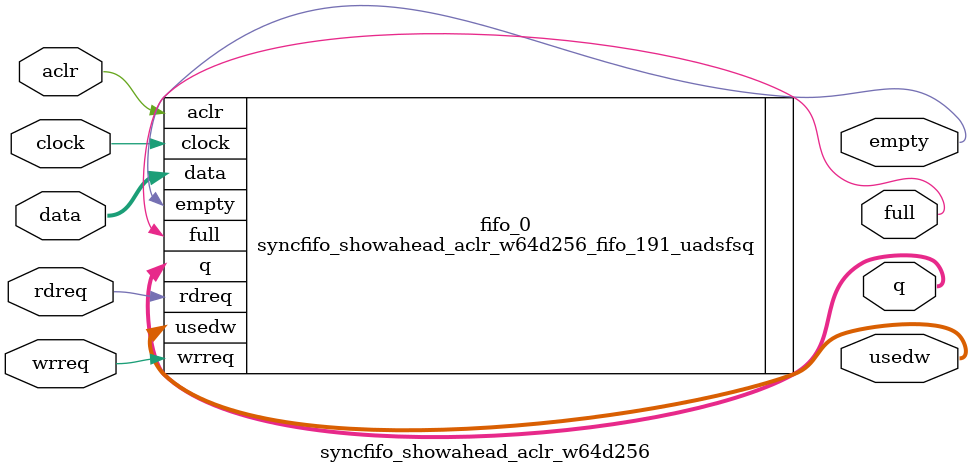
<source format=v>

`timescale 1 ps / 1 ps
module syncfifo_showahead_aclr_w64d256 (
		input  wire [63:0] data,  //  fifo_input.datain
		input  wire        wrreq, //            .wrreq
		input  wire        rdreq, //            .rdreq
		input  wire        clock, //            .clk
		input  wire        aclr,  //            .aclr
		output wire [63:0] q,     // fifo_output.dataout
		output wire [7:0]  usedw, //            .usedw
		output wire        full,  //            .full
		output wire        empty  //            .empty
	);

	syncfifo_showahead_aclr_w64d256_fifo_191_uadsfsq fifo_0 (
		.data  (data),  //  fifo_input.datain
		.wrreq (wrreq), //            .wrreq
		.rdreq (rdreq), //            .rdreq
		.clock (clock), //            .clk
		.aclr  (aclr),  //            .aclr
		.q     (q),     // fifo_output.dataout
		.usedw (usedw), //            .usedw
		.full  (full),  //            .full
		.empty (empty)  //            .empty
	);

endmodule

</source>
